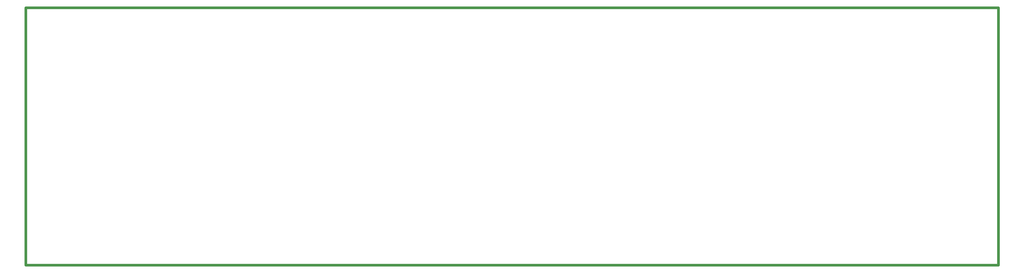
<source format=gm1>
G04*
G04 #@! TF.GenerationSoftware,Altium Limited,Altium Designer,19.0.4 (130)*
G04*
G04 Layer_Color=16711935*
%FSAX25Y25*%
%MOIN*%
G70*
G01*
G75*
%ADD95C,0.03000*%
D95*
X0000000Y0000000D02*
Y0291000D01*
X1098000D01*
Y0000000D02*
Y0291000D01*
X0000000Y0000000D02*
X1098000D01*
M02*

</source>
